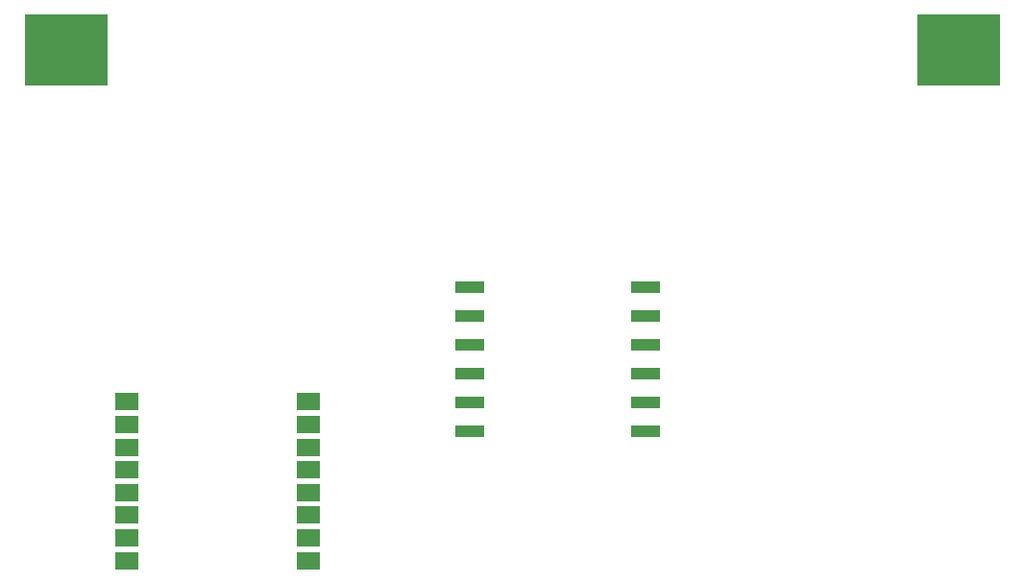
<source format=gbr>
%TF.GenerationSoftware,KiCad,Pcbnew,8.0.4+dfsg-1*%
%TF.CreationDate,2025-03-09T22:36:11+01:00*%
%TF.ProjectId,time_terminal,74696d65-5f74-4657-926d-696e616c2e6b,rev?*%
%TF.SameCoordinates,Original*%
%TF.FileFunction,Paste,Bot*%
%TF.FilePolarity,Positive*%
%FSLAX46Y46*%
G04 Gerber Fmt 4.6, Leading zero omitted, Abs format (unit mm)*
G04 Created by KiCad (PCBNEW 8.0.4+dfsg-1) date 2025-03-09 22:36:11*
%MOMM*%
%LPD*%
G01*
G04 APERTURE LIST*
%ADD10R,2.000000X1.500000*%
%ADD11R,2.500000X1.000000*%
%ADD12R,7.340000X6.350000*%
G04 APERTURE END LIST*
D10*
%TO.C,U3*%
X73500000Y-112500000D03*
X73500000Y-110500000D03*
X73500000Y-108500000D03*
X73500000Y-106500000D03*
X73500000Y-104500000D03*
X73500000Y-102500000D03*
X73500000Y-100500000D03*
X73500000Y-98500000D03*
X89500000Y-98500000D03*
X89500000Y-100500000D03*
X89500000Y-102500000D03*
X89500000Y-104500000D03*
X89500000Y-106500000D03*
X89500000Y-108500000D03*
X89500000Y-110500000D03*
X89500000Y-112500000D03*
%TD*%
D11*
%TO.C,U1*%
X103750000Y-101080000D03*
X103750000Y-98540000D03*
X103750000Y-96000000D03*
X103750000Y-93460000D03*
X103750000Y-90920000D03*
X103750000Y-88380000D03*
X119250000Y-88380000D03*
X119250000Y-90920000D03*
X119250000Y-93460000D03*
X119250000Y-96000000D03*
X119250000Y-98540000D03*
X119250000Y-101080000D03*
%TD*%
D12*
%TO.C,J4*%
X146830000Y-67500000D03*
X68170000Y-67500000D03*
%TD*%
M02*

</source>
